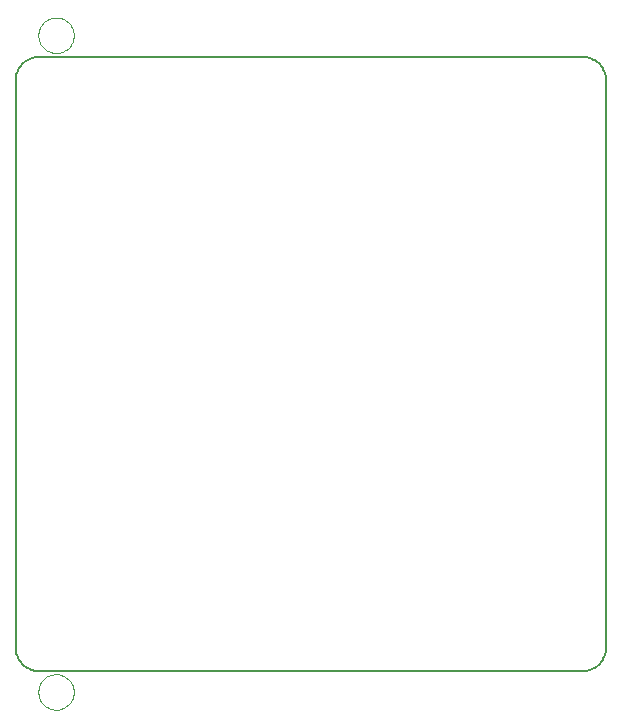
<source format=gko>
G75*
%MOIN*%
%OFA0B0*%
%FSLAX24Y24*%
%IPPOS*%
%LPD*%
%AMOC8*
5,1,8,0,0,1.08239X$1,22.5*
%
%ADD10C,0.0050*%
%ADD11C,0.0000*%
D10*
X001168Y001405D02*
X019278Y001405D01*
X019278Y001406D02*
X019332Y001408D01*
X019385Y001413D01*
X019438Y001422D01*
X019490Y001435D01*
X019542Y001451D01*
X019592Y001471D01*
X019640Y001494D01*
X019687Y001521D01*
X019732Y001550D01*
X019775Y001583D01*
X019815Y001618D01*
X019853Y001656D01*
X019888Y001696D01*
X019921Y001739D01*
X019950Y001784D01*
X019977Y001831D01*
X020000Y001879D01*
X020020Y001929D01*
X020036Y001981D01*
X020049Y002033D01*
X020058Y002086D01*
X020063Y002139D01*
X020065Y002193D01*
X020065Y021090D01*
X020063Y021144D01*
X020058Y021197D01*
X020049Y021250D01*
X020036Y021302D01*
X020020Y021354D01*
X020000Y021404D01*
X019977Y021452D01*
X019950Y021499D01*
X019921Y021544D01*
X019888Y021587D01*
X019853Y021627D01*
X019815Y021665D01*
X019775Y021700D01*
X019732Y021733D01*
X019687Y021762D01*
X019640Y021789D01*
X019592Y021812D01*
X019542Y021832D01*
X019490Y021848D01*
X019438Y021861D01*
X019385Y021870D01*
X019332Y021875D01*
X019278Y021877D01*
X019278Y021878D02*
X001168Y021878D01*
X001168Y021877D02*
X001114Y021875D01*
X001061Y021870D01*
X001008Y021861D01*
X000956Y021848D01*
X000904Y021832D01*
X000854Y021812D01*
X000806Y021789D01*
X000759Y021762D01*
X000714Y021733D01*
X000671Y021700D01*
X000631Y021665D01*
X000593Y021627D01*
X000558Y021587D01*
X000525Y021544D01*
X000496Y021499D01*
X000469Y021452D01*
X000446Y021404D01*
X000426Y021354D01*
X000410Y021302D01*
X000397Y021250D01*
X000388Y021197D01*
X000383Y021144D01*
X000381Y021090D01*
X000380Y021090D02*
X000380Y002193D01*
X000381Y002193D02*
X000383Y002139D01*
X000388Y002086D01*
X000397Y002033D01*
X000410Y001981D01*
X000426Y001929D01*
X000446Y001879D01*
X000469Y001831D01*
X000496Y001784D01*
X000525Y001739D01*
X000558Y001696D01*
X000593Y001656D01*
X000631Y001618D01*
X000671Y001583D01*
X000714Y001550D01*
X000759Y001521D01*
X000806Y001494D01*
X000854Y001471D01*
X000904Y001451D01*
X000956Y001435D01*
X001008Y001422D01*
X001061Y001413D01*
X001114Y001408D01*
X001168Y001406D01*
D11*
X001138Y000711D02*
X001140Y000759D01*
X001146Y000807D01*
X001156Y000854D01*
X001169Y000900D01*
X001187Y000945D01*
X001207Y000989D01*
X001232Y001031D01*
X001260Y001070D01*
X001290Y001107D01*
X001324Y001141D01*
X001361Y001173D01*
X001399Y001202D01*
X001440Y001227D01*
X001483Y001249D01*
X001528Y001267D01*
X001574Y001281D01*
X001621Y001292D01*
X001669Y001299D01*
X001717Y001302D01*
X001765Y001301D01*
X001813Y001296D01*
X001861Y001287D01*
X001907Y001275D01*
X001952Y001258D01*
X001996Y001238D01*
X002038Y001215D01*
X002078Y001188D01*
X002116Y001158D01*
X002151Y001125D01*
X002183Y001089D01*
X002213Y001051D01*
X002239Y001010D01*
X002261Y000967D01*
X002281Y000923D01*
X002296Y000878D01*
X002308Y000831D01*
X002316Y000783D01*
X002320Y000735D01*
X002320Y000687D01*
X002316Y000639D01*
X002308Y000591D01*
X002296Y000544D01*
X002281Y000499D01*
X002261Y000455D01*
X002239Y000412D01*
X002213Y000371D01*
X002183Y000333D01*
X002151Y000297D01*
X002116Y000264D01*
X002078Y000234D01*
X002038Y000207D01*
X001996Y000184D01*
X001952Y000164D01*
X001907Y000147D01*
X001861Y000135D01*
X001813Y000126D01*
X001765Y000121D01*
X001717Y000120D01*
X001669Y000123D01*
X001621Y000130D01*
X001574Y000141D01*
X001528Y000155D01*
X001483Y000173D01*
X001440Y000195D01*
X001399Y000220D01*
X001361Y000249D01*
X001324Y000281D01*
X001290Y000315D01*
X001260Y000352D01*
X001232Y000391D01*
X001207Y000433D01*
X001187Y000477D01*
X001169Y000522D01*
X001156Y000568D01*
X001146Y000615D01*
X001140Y000663D01*
X001138Y000711D01*
X001138Y022600D02*
X001140Y022648D01*
X001146Y022696D01*
X001156Y022743D01*
X001169Y022789D01*
X001187Y022834D01*
X001207Y022878D01*
X001232Y022920D01*
X001260Y022959D01*
X001290Y022996D01*
X001324Y023030D01*
X001361Y023062D01*
X001399Y023091D01*
X001440Y023116D01*
X001483Y023138D01*
X001528Y023156D01*
X001574Y023170D01*
X001621Y023181D01*
X001669Y023188D01*
X001717Y023191D01*
X001765Y023190D01*
X001813Y023185D01*
X001861Y023176D01*
X001907Y023164D01*
X001952Y023147D01*
X001996Y023127D01*
X002038Y023104D01*
X002078Y023077D01*
X002116Y023047D01*
X002151Y023014D01*
X002183Y022978D01*
X002213Y022940D01*
X002239Y022899D01*
X002261Y022856D01*
X002281Y022812D01*
X002296Y022767D01*
X002308Y022720D01*
X002316Y022672D01*
X002320Y022624D01*
X002320Y022576D01*
X002316Y022528D01*
X002308Y022480D01*
X002296Y022433D01*
X002281Y022388D01*
X002261Y022344D01*
X002239Y022301D01*
X002213Y022260D01*
X002183Y022222D01*
X002151Y022186D01*
X002116Y022153D01*
X002078Y022123D01*
X002038Y022096D01*
X001996Y022073D01*
X001952Y022053D01*
X001907Y022036D01*
X001861Y022024D01*
X001813Y022015D01*
X001765Y022010D01*
X001717Y022009D01*
X001669Y022012D01*
X001621Y022019D01*
X001574Y022030D01*
X001528Y022044D01*
X001483Y022062D01*
X001440Y022084D01*
X001399Y022109D01*
X001361Y022138D01*
X001324Y022170D01*
X001290Y022204D01*
X001260Y022241D01*
X001232Y022280D01*
X001207Y022322D01*
X001187Y022366D01*
X001169Y022411D01*
X001156Y022457D01*
X001146Y022504D01*
X001140Y022552D01*
X001138Y022600D01*
M02*

</source>
